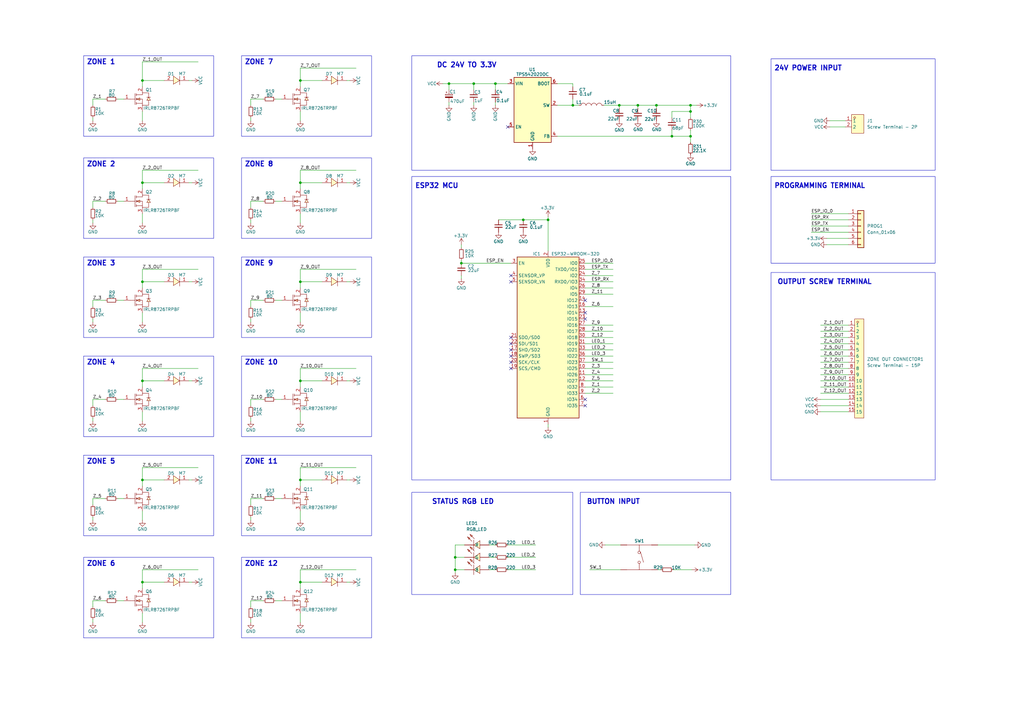
<source format=kicad_sch>
(kicad_sch (version 20230121) (generator eeschema)
  (paper "A3")
  (junction (at 283.21 43.18))
  (junction (at 283.21 45.72))
  (junction (at 261.62 43.18))
  (junction (at 214.63 90.17))
  (junction (at 189.23 107.95))
  (junction (at 184.15 34.29))
  (junction (at 123.19 238.76))
  (junction (at 186.69 228.6))
  (junction (at 254 43.18))
  (junction (at 123.19 196.85))
  (junction (at 194.31 34.29))
  (junction (at 123.19 74.93))
  (junction (at 123.19 115.57))
  (junction (at 186.69 233.68))
  (junction (at 58.42 115.57))
  (junction (at 269.24 43.18))
  (junction (at 123.19 156.21))
  (junction (at 203.2 34.29))
  (junction (at 224.79 90.17))
  (junction (at 123.19 33.02))
  (junction (at 275.59 55.88))
  (junction (at 58.42 156.21))
  (junction (at 283.21 55.88))
  (junction (at 234.95 43.18))
  (junction (at 58.42 74.93))
  (junction (at 58.42 238.76))
  (junction (at 58.42 33.02))
  (junction (at 58.42 196.85))
  (no_connect (at 209.55 138.43))
  (no_connect (at 240.03 163.83))
  (no_connect (at 209.55 146.05))
  (no_connect (at 209.55 115.57))
  (no_connect (at 209.55 148.59))
  (no_connect (at 240.03 123.19))
  (no_connect (at 240.03 166.37))
  (no_connect (at 208.28 52.07))
  (no_connect (at 209.55 143.51))
  (no_connect (at 240.03 130.81))
  (no_connect (at 209.55 113.03))
  (no_connect (at 240.03 128.27))
  (no_connect (at 209.55 140.97))
  (no_connect (at 209.55 151.13))
  (wire (pts (xy 240.03 138.43) (xy 251.46 138.43)))
  (wire (pts (xy 336.55 168.91) (xy 347.98 168.91)))
  (wire (pts (xy 38.1 163.83) (xy 43.18 163.83)))
  (wire (pts (xy 123.19 168.91) (xy 123.19 172.72)))
  (wire (pts (xy 194.31 43.18) (xy 194.31 41.91)))
  (wire (pts (xy 38.1 123.19) (xy 38.1 125.73)))
  (wire (pts (xy 123.19 209.55) (xy 123.19 213.36)))
  (wire (pts (xy 38.1 49.53) (xy 38.1 48.26)))
  (wire (pts (xy 240.03 133.35) (xy 251.46 133.35)))
  (wire (pts (xy 102.87 40.64) (xy 102.87 43.18)))
  (wire (pts (xy 254 43.18) (xy 261.62 43.18)))
  (wire (pts (xy 58.42 233.68) (xy 58.42 238.76)))
  (wire (pts (xy 228.6 34.29) (xy 234.95 34.29)))
  (wire (pts (xy 336.55 138.43) (xy 347.98 138.43)))
  (wire (pts (xy 123.19 156.21) (xy 132.08 156.21)))
  (wire (pts (xy 336.55 163.83) (xy 347.98 163.83)))
  (wire (pts (xy 224.79 90.17) (xy 224.79 102.87)))
  (wire (pts (xy 214.63 90.17) (xy 224.79 90.17)))
  (wire (pts (xy 123.19 45.72) (xy 123.19 49.53)))
  (wire (pts (xy 203.2 36.83) (xy 203.2 34.29)))
  (wire (pts (xy 123.19 238.76) (xy 123.19 241.3)))
  (wire (pts (xy 224.79 173.99) (xy 224.79 175.26)))
  (wire (pts (xy 241.8341 233.68) (xy 254.5341 233.68)))
  (wire (pts (xy 186.69 223.52) (xy 186.69 228.6)))
  (wire (pts (xy 58.42 69.85) (xy 58.42 74.93)))
  (wire (pts (xy 102.87 163.83) (xy 102.87 166.37)))
  (wire (pts (xy 123.19 233.68) (xy 146.05 233.68)))
  (wire (pts (xy 283.21 43.18) (xy 283.21 45.72)))
  (wire (pts (xy 254 44.45) (xy 254 43.18)))
  (wire (pts (xy 143.51 33.02) (xy 142.24 33.02)))
  (wire (pts (xy 123.19 191.77) (xy 146.05 191.77)))
  (wire (pts (xy 58.42 251.46) (xy 58.42 255.27)))
  (wire (pts (xy 123.19 27.94) (xy 146.05 27.94)))
  (wire (pts (xy 58.42 74.93) (xy 58.42 77.47)))
  (wire (pts (xy 240.03 153.67) (xy 251.46 153.67)))
  (wire (pts (xy 184.15 41.91) (xy 184.15 43.18)))
  (wire (pts (xy 240.03 113.03) (xy 251.46 113.03)))
  (wire (pts (xy 102.87 123.19) (xy 102.87 125.73)))
  (wire (pts (xy 234.95 43.18) (xy 237.49 43.18)))
  (wire (pts (xy 240.03 161.29) (xy 251.46 161.29)))
  (wire (pts (xy 336.55 158.75) (xy 347.98 158.75)))
  (wire (pts (xy 102.87 204.47) (xy 107.95 204.47)))
  (wire (pts (xy 102.87 246.38) (xy 107.95 246.38)))
  (wire (pts (xy 336.55 146.05) (xy 347.98 146.05)))
  (wire (pts (xy 38.1 91.44) (xy 38.1 90.17)))
  (wire (pts (xy 208.28 233.68) (xy 219.71 233.68)))
  (wire (pts (xy 113.03 40.64) (xy 115.57 40.64)))
  (wire (pts (xy 58.42 74.93) (xy 67.31 74.93)))
  (wire (pts (xy 102.87 246.38) (xy 102.87 248.92)))
  (wire (pts (xy 194.31 34.29) (xy 203.2 34.29)))
  (wire (pts (xy 283.21 43.18) (xy 285.75 43.18)))
  (wire (pts (xy 58.42 151.13) (xy 58.42 156.21)))
  (wire (pts (xy 336.55 140.97) (xy 347.98 140.97)))
  (wire (pts (xy 181.61 34.29) (xy 184.15 34.29)))
  (wire (pts (xy 189.23 100.33) (xy 189.23 101.6)))
  (wire (pts (xy 276.1241 233.68) (xy 283.7441 233.68)))
  (wire (pts (xy 58.42 151.13) (xy 81.28 151.13)))
  (wire (pts (xy 240.03 107.95) (xy 251.46 107.95)))
  (wire (pts (xy 38.1 204.47) (xy 38.1 207.01)))
  (wire (pts (xy 269.7741 233.68) (xy 271.0441 233.68)))
  (wire (pts (xy 340.36 52.07) (xy 346.71 52.07)))
  (wire (pts (xy 113.03 246.38) (xy 115.57 246.38)))
  (wire (pts (xy 240.03 120.65) (xy 251.46 120.65)))
  (wire (pts (xy 200.66 228.6) (xy 203.2 228.6)))
  (wire (pts (xy 204.47 90.17) (xy 214.63 90.17)))
  (wire (pts (xy 269.7741 223.52) (xy 285.0141 223.52)))
  (wire (pts (xy 275.59 45.72) (xy 275.59 48.26)))
  (wire (pts (xy 102.87 91.44) (xy 102.87 90.17)))
  (wire (pts (xy 275.59 55.88) (xy 283.21 55.88)))
  (wire (pts (xy 58.42 233.68) (xy 81.28 233.68)))
  (wire (pts (xy 102.87 82.55) (xy 102.87 85.09)))
  (wire (pts (xy 38.1 82.55) (xy 38.1 85.09)))
  (wire (pts (xy 58.42 128.27) (xy 58.42 132.08)))
  (wire (pts (xy 190.5 223.52) (xy 186.69 223.52)))
  (wire (pts (xy 58.42 238.76) (xy 67.31 238.76)))
  (wire (pts (xy 38.1 246.38) (xy 38.1 248.92)))
  (wire (pts (xy 261.62 43.18) (xy 269.24 43.18)))
  (wire (pts (xy 240.03 143.51) (xy 251.46 143.51)))
  (wire (pts (xy 38.1 40.64) (xy 43.18 40.64)))
  (wire (pts (xy 203.2 43.18) (xy 203.2 41.91)))
  (wire (pts (xy 78.74 238.76) (xy 77.47 238.76)))
  (wire (pts (xy 224.79 88.9) (xy 224.79 90.17)))
  (wire (pts (xy 332.74 90.17) (xy 347.98 90.17)))
  (wire (pts (xy 102.87 40.64) (xy 107.95 40.64)))
  (wire (pts (xy 143.51 115.57) (xy 142.24 115.57)))
  (wire (pts (xy 234.95 40.64) (xy 234.95 43.18)))
  (wire (pts (xy 123.19 110.49) (xy 146.05 110.49)))
  (wire (pts (xy 102.87 204.47) (xy 102.87 207.01)))
  (wire (pts (xy 48.26 204.47) (xy 50.8 204.47)))
  (wire (pts (xy 247.65 43.18) (xy 254 43.18)))
  (wire (pts (xy 58.42 87.63) (xy 58.42 91.44)))
  (wire (pts (xy 240.03 158.75) (xy 251.46 158.75)))
  (wire (pts (xy 261.62 44.45) (xy 261.62 43.18)))
  (wire (pts (xy 240.03 140.97) (xy 251.46 140.97)))
  (wire (pts (xy 336.55 133.35) (xy 347.98 133.35)))
  (wire (pts (xy 240.03 156.21) (xy 251.46 156.21)))
  (wire (pts (xy 48.26 163.83) (xy 50.8 163.83)))
  (wire (pts (xy 208.28 223.52) (xy 219.71 223.52)))
  (wire (pts (xy 332.74 95.25) (xy 347.98 95.25)))
  (wire (pts (xy 186.69 228.6) (xy 186.69 233.68)))
  (wire (pts (xy 58.42 115.57) (xy 58.42 118.11)))
  (wire (pts (xy 123.19 128.27) (xy 123.19 132.08)))
  (wire (pts (xy 78.74 74.93) (xy 77.47 74.93)))
  (wire (pts (xy 234.95 34.29) (xy 234.95 35.56)))
  (wire (pts (xy 269.24 44.45) (xy 269.24 43.18)))
  (wire (pts (xy 189.23 107.95) (xy 209.55 107.95)))
  (wire (pts (xy 102.87 49.53) (xy 102.87 48.26)))
  (wire (pts (xy 48.26 82.55) (xy 50.8 82.55)))
  (wire (pts (xy 58.42 33.02) (xy 58.42 35.56)))
  (wire (pts (xy 240.03 148.59) (xy 251.46 148.59)))
  (wire (pts (xy 38.1 40.64) (xy 38.1 43.18)))
  (wire (pts (xy 123.19 33.02) (xy 123.19 35.56)))
  (wire (pts (xy 240.03 115.57) (xy 251.46 115.57)))
  (wire (pts (xy 240.03 135.89) (xy 251.46 135.89)))
  (wire (pts (xy 240.03 110.49) (xy 251.46 110.49)))
  (wire (pts (xy 336.55 161.29) (xy 347.98 161.29)))
  (wire (pts (xy 123.19 27.94) (xy 123.19 33.02)))
  (wire (pts (xy 113.03 204.47) (xy 115.57 204.47)))
  (wire (pts (xy 186.69 234.95) (xy 186.69 233.68)))
  (wire (pts (xy 102.87 255.27) (xy 102.87 254)))
  (wire (pts (xy 58.42 156.21) (xy 67.31 156.21)))
  (wire (pts (xy 283.21 53.34) (xy 283.21 55.88)))
  (wire (pts (xy 336.55 151.13) (xy 347.98 151.13)))
  (wire (pts (xy 275.59 45.72) (xy 283.21 45.72)))
  (wire (pts (xy 58.42 25.4) (xy 58.42 33.02)))
  (wire (pts (xy 58.42 110.49) (xy 81.28 110.49)))
  (wire (pts (xy 58.42 196.85) (xy 58.42 199.39)))
  (wire (pts (xy 228.6 55.88) (xy 275.59 55.88)))
  (wire (pts (xy 190.5 228.6) (xy 186.69 228.6)))
  (wire (pts (xy 123.19 69.85) (xy 123.19 74.93)))
  (wire (pts (xy 123.19 156.21) (xy 123.19 158.75)))
  (wire (pts (xy 143.51 156.21) (xy 142.24 156.21)))
  (wire (pts (xy 38.1 246.38) (xy 43.18 246.38)))
  (wire (pts (xy 123.19 87.63) (xy 123.19 91.44)))
  (wire (pts (xy 102.87 123.19) (xy 107.95 123.19)))
  (wire (pts (xy 200.66 233.68) (xy 203.2 233.68)))
  (wire (pts (xy 332.74 92.71) (xy 347.98 92.71)))
  (wire (pts (xy 48.26 40.64) (xy 50.8 40.64)))
  (wire (pts (xy 58.42 25.4) (xy 81.28 25.4)))
  (wire (pts (xy 336.55 135.89) (xy 347.98 135.89)))
  (wire (pts (xy 48.26 246.38) (xy 50.8 246.38)))
  (wire (pts (xy 336.55 153.67) (xy 347.98 153.67)))
  (wire (pts (xy 123.19 115.57) (xy 132.08 115.57)))
  (wire (pts (xy 58.42 156.21) (xy 58.42 158.75)))
  (wire (pts (xy 58.42 191.77) (xy 58.42 196.85)))
  (wire (pts (xy 240.03 146.05) (xy 251.46 146.05)))
  (wire (pts (xy 113.03 163.83) (xy 115.57 163.83)))
  (wire (pts (xy 123.19 196.85) (xy 123.19 199.39)))
  (wire (pts (xy 58.42 45.72) (xy 58.42 49.53)))
  (wire (pts (xy 123.19 110.49) (xy 123.19 115.57)))
  (wire (pts (xy 102.87 172.72) (xy 102.87 171.45)))
  (wire (pts (xy 123.19 115.57) (xy 123.19 118.11)))
  (wire (pts (xy 38.1 172.72) (xy 38.1 171.45)))
  (wire (pts (xy 58.42 196.85) (xy 67.31 196.85)))
  (wire (pts (xy 240.03 118.11) (xy 251.46 118.11)))
  (wire (pts (xy 203.2 34.29) (xy 208.28 34.29)))
  (wire (pts (xy 336.55 156.21) (xy 347.98 156.21)))
  (wire (pts (xy 184.15 34.29) (xy 194.31 34.29)))
  (wire (pts (xy 48.26 123.19) (xy 50.8 123.19)))
  (wire (pts (xy 123.19 74.93) (xy 132.08 74.93)))
  (wire (pts (xy 38.1 82.55) (xy 43.18 82.55)))
  (wire (pts (xy 194.31 36.83) (xy 194.31 34.29)))
  (wire (pts (xy 248.1841 223.52) (xy 254.5341 223.52)))
  (wire (pts (xy 123.19 251.46) (xy 123.19 255.27)))
  (wire (pts (xy 240.03 151.13) (xy 251.46 151.13)))
  (wire (pts (xy 143.51 74.93) (xy 142.24 74.93)))
  (wire (pts (xy 58.42 209.55) (xy 58.42 213.36)))
  (wire (pts (xy 340.36 49.53) (xy 346.71 49.53)))
  (wire (pts (xy 123.19 74.93) (xy 123.19 77.47)))
  (wire (pts (xy 143.51 196.85) (xy 142.24 196.85)))
  (wire (pts (xy 38.1 163.83) (xy 38.1 166.37)))
  (wire (pts (xy 102.87 163.83) (xy 107.95 163.83)))
  (wire (pts (xy 332.74 87.63) (xy 347.98 87.63)))
  (wire (pts (xy 123.19 233.68) (xy 123.19 238.76)))
  (wire (pts (xy 283.21 55.88) (xy 283.21 58.42)))
  (wire (pts (xy 339.09 97.79) (xy 347.98 97.79)))
  (wire (pts (xy 240.03 125.73) (xy 251.46 125.73)))
  (wire (pts (xy 38.1 255.27) (xy 38.1 254)))
  (wire (pts (xy 123.19 151.13) (xy 146.05 151.13)))
  (wire (pts (xy 336.55 143.51) (xy 347.98 143.51)))
  (wire (pts (xy 78.74 196.85) (xy 77.47 196.85)))
  (wire (pts (xy 58.42 110.49) (xy 58.42 115.57)))
  (wire (pts (xy 58.42 33.02) (xy 67.31 33.02)))
  (wire (pts (xy 58.42 115.57) (xy 67.31 115.57)))
  (wire (pts (xy 336.55 148.59) (xy 347.98 148.59)))
  (wire (pts (xy 200.66 223.52) (xy 203.2 223.52)))
  (wire (pts (xy 58.42 69.85) (xy 81.28 69.85)))
  (wire (pts (xy 189.23 113.03) (xy 189.23 114.3)))
  (wire (pts (xy 123.19 33.02) (xy 132.08 33.02)))
  (wire (pts (xy 58.42 168.91) (xy 58.42 172.72)))
  (wire (pts (xy 123.19 191.77) (xy 123.19 196.85)))
  (wire (pts (xy 275.59 53.34) (xy 275.59 55.88)))
  (wire (pts (xy 123.19 69.85) (xy 146.05 69.85)))
  (wire (pts (xy 143.51 238.76) (xy 142.24 238.76)))
  (wire (pts (xy 102.87 132.08) (xy 102.87 130.81)))
  (wire (pts (xy 113.03 82.55) (xy 115.57 82.55)))
  (wire (pts (xy 38.1 132.08) (xy 38.1 130.81)))
  (wire (pts (xy 38.1 213.36) (xy 38.1 212.09)))
  (wire (pts (xy 113.03 123.19) (xy 115.57 123.19)))
  (wire (pts (xy 189.23 106.68) (xy 189.23 107.95)))
  (wire (pts (xy 283.21 45.72) (xy 283.21 48.26)))
  (wire (pts (xy 123.19 238.76) (xy 132.08 238.76)))
  (wire (pts (xy 102.87 213.36) (xy 102.87 212.09)))
  (wire (pts (xy 38.1 204.47) (xy 43.18 204.47)))
  (wire (pts (xy 208.28 228.6) (xy 219.71 228.6)))
  (wire (pts (xy 228.6 43.18) (xy 234.95 43.18)))
  (wire (pts (xy 38.1 123.19) (xy 43.18 123.19)))
  (wire (pts (xy 78.74 115.57) (xy 77.47 115.57)))
  (wire (pts (xy 102.87 82.55) (xy 107.95 82.55)))
  (wire (pts (xy 58.42 238.76) (xy 58.42 241.3)))
  (wire (pts (xy 123.19 196.85) (xy 132.08 196.85)))
  (wire (pts (xy 123.19 151.13) (xy 123.19 156.21)))
  (wire (pts (xy 78.74 156.21) (xy 77.47 156.21)))
  (wire (pts (xy 184.15 36.83) (xy 184.15 34.29)))
  (wire (pts (xy 339.09 100.33) (xy 347.98 100.33)))
  (wire (pts (xy 186.69 233.68) (xy 190.5 233.68)))
  (wire (pts (xy 78.74 33.02) (xy 77.47 33.02)))
  (wire (pts (xy 336.55 166.37) (xy 347.98 166.37)))
  (wire (pts (xy 269.24 43.18) (xy 283.21 43.18)))
  (wire (pts (xy 58.42 191.77) (xy 81.28 191.77)))
  (rectangle (start 34.29 146.05) (end 87.63 179.07))
  (rectangle (start 99.06 64.77) (end 152.4 97.79))
  (rectangle (start 238.0241 201.93) (end 299.72 243.84))
  (rectangle (start 34.29 22.86) (end 87.63 55.88))
  (rectangle (start 34.29 186.69) (end 87.63 219.71))
  (rectangle (start 34.29 64.77) (end 87.63 97.79))
  (rectangle (start 168.91 22.86) (end 299.72 69.85))
  (rectangle (start 316.23 24.13) (end 383.54 69.85))
  (rectangle (start 99.06 146.05) (end 152.4 179.07))
  (rectangle (start 168.91 72.39) (end 299.72 196.85))
  (rectangle (start 99.06 105.41) (end 152.4 138.43))
  (rectangle (start 168.91 201.93) (end 234.95 243.84))
  (rectangle (start 34.29 228.6) (end 87.63 261.62))
  (rectangle (start 99.06 186.69) (end 152.4 219.71))
  (rectangle (start 34.29 105.41) (end 87.63 138.43))
  (rectangle (start 99.06 228.6) (end 152.4 261.62))
  (rectangle (start 316.23 111.76) (end 383.54 196.85))
  (rectangle (start 316.23 72.39) (end 383.54 107.95))
  (rectangle (start 99.06 22.86) (end 152.4 55.88))
  (text "ZONE 9" (at 100.33 109.22 0) (effects (font (size 2 2) (thickness 0.4) bold) (justify left bottom)))
  (text "ZONE 3" (at 35.56 109.22 0) (effects (font (size 2 2) (thickness 0.4) bold) (justify left bottom)))
  (text "ZONE 10" (at 100.33 149.86 0) (effects (font (size 2 2) (thickness 0.4) bold) (justify left bottom)))
  (text "24V POWER INPUT" (at 317.5 29.21 0) (effects (font (size 2 2) (thickness 0.4) bold) (justify left bottom)))
  (text "ZONE 7" (at 100.33 26.67 0) (effects (font (size 2 2) (thickness 0.4) bold) (justify left bottom)))
  (text "ZONE 1" (at 35.56 26.67 0) (effects (font (size 2 2) (thickness 0.4) bold) (justify left bottom)))
  (text "ZONE 4" (at 35.56 149.86 0) (effects (font (size 2 2) (thickness 0.4) bold) (justify left bottom)))
  (text "ESP32 MCU" (at 170.18 77.47 0) (effects (font (size 2 2) (thickness 0.4) bold) (justify left bottom)))
  (text "DC 24V TO 3.3V" (at 179.07 27.94 0) (effects (font (size 2 2) (thickness 0.4) bold) (justify left bottom)))
  (text "STATUS RGB LED" (at 177.0641 207.01 0) (effects (font (size 2 2) (thickness 0.4) bold) (justify left bottom)))
  (text "ZONE 12" (at 100.33 232.41 0) (effects (font (size 2 2) (thickness 0.4) bold) (justify left bottom)))
  (text "OUTPUT SCREW TERMINAL" (at 318.77 116.84 0) (effects (font (size 2 2) (thickness 0.4) bold) (justify left bottom)))
  (text "ZONE 5" (at 35.56 190.5 0) (effects (font (size 2 2) (thickness 0.4) bold) (justify left bottom)))
  (text "ZONE 6" (at 35.56 232.41 0) (effects (font (size 2 2) (thickness 0.4) bold) (justify left bottom)))
  (text "ZONE 8" (at 100.33 68.58 0) (effects (font (size 2 2) (thickness 0.4) bold) (justify left bottom)))
  (text "BUTTON INPUT" (at 240.5641 207.01 0) (effects (font (size 2 2) (thickness 0.4) bold) (justify left bottom)))
  (text "ZONE 11" (at 100.33 190.5 0) (effects (font (size 2 2) (thickness 0.4) bold) (justify left bottom)))
  (text "ZONE 2\n" (at 35.56 68.58 0) (effects (font (size 2 2) (thickness 0.4) bold) (justify left bottom)))
  (text "PROGRAMMING TERMINAL" (at 317.5 77.47 0) (effects (font (size 2 2) (thickness 0.4) bold) (justify left bottom)))
  (label "Z_8_OUT" (at 123.19 69.85 0))
  (label "Z_12_OUT" (at 123.19 233.68 0))
  (label "Z_4_OUT" (at 337.82 140.97 0))
  (label "LED_2" (at 242.57 143.51 0))
  (label "Z_6" (at 38.1 246.38 0))
  (label "Z_5_OUT" (at 58.42 191.77 0))
  (label "SW_1" (at 242.57 148.59 0))
  (label "LED_3" (at 213.8941 233.68 0))
  (label "Z_2" (at 38.1 82.55 0))
  (label "Z_4_OUT" (at 58.42 151.13 0))
  (label "Z_8" (at 102.87 82.55 0))
  (label "Z_2_OUT" (at 58.42 69.85 0))
  (label "Z_10" (at 242.57 135.89 0))
  (label "Z_9" (at 242.57 133.35 0))
  (label "Z_10" (at 102.87 163.83 0))
  (label "Z_11" (at 242.57 120.65 0))
  (label "LED_1" (at 213.893 223.52 0))
  (label "Z_4" (at 38.1 163.83 0))
  (label "Z_5_OUT" (at 337.82 143.51 0))
  (label "Z_10_OUT" (at 337.82 156.21 0))
  (label "Z_4" (at 242.57 153.67 0))
  (label "Z_6_OUT" (at 58.42 233.68 0))
  (label "Z_1_OUT" (at 58.42 25.4 0))
  (label "Z_7" (at 242.57 113.03 0))
  (label "ESP_EN" (at 332.74 95.25 0))
  (label "Z_2" (at 242.57 161.29 0))
  (label "Z_12_OUT" (at 337.82 161.29 0))
  (label "Z_7_OUT" (at 337.82 148.59 0))
  (label "Z_9" (at 102.87 123.19 0))
  (label "Z_8" (at 242.57 118.11 0))
  (label "Z_12" (at 242.57 138.43 0))
  (label "Z_11" (at 102.87 204.47 0))
  (label "Z_3" (at 242.57 151.13 0))
  (label "Z_7_OUT" (at 123.19 27.94 0))
  (label "ESP_RX" (at 242.57 115.57 0))
  (label "SW_1" (at 241.8341 233.68 0))
  (label "LED_3" (at 242.57 146.05 0))
  (label "LED_1" (at 242.57 140.97 0))
  (label "Z_3_OUT" (at 337.82 138.43 0))
  (label "ESP_IO_0" (at 242.57 107.95 0))
  (label "Z_10_OUT" (at 123.19 151.13 0))
  (label "Z_5" (at 38.1 204.47 0))
  (label "Z_5" (at 242.57 156.21 0))
  (label "LED_2" (at 213.7321 228.6 0))
  (label "Z_1" (at 38.1 40.64 0))
  (label "Z_3" (at 38.1 123.19 0))
  (label "Z_12" (at 102.87 246.38 0))
  (label "ESP_IO_0" (at 332.74 87.63 0))
  (label "Z_6_OUT" (at 337.82 146.05 0))
  (label "Z_9_OUT" (at 337.82 153.67 0))
  (label "ESP_EN" (at 199.39 107.95 0))
  (label "Z_2_OUT" (at 337.82 135.89 0))
  (label "Z_9_OUT" (at 123.19 110.49 0))
  (label "Z_1_OUT" (at 337.82 133.35 0))
  (label "Z_7" (at 102.87 40.64 0))
  (label "Z_1" (at 242.57 158.75 0))
  (label "Z_8_OUT" (at 337.82 151.13 0))
  (label "Z_11_OUT" (at 337.82 158.75 0))
  (label "ESP_RX" (at 332.74 90.17 0))
  (label "ESP_TX" (at 242.57 110.49 0))
  (label "Z_6" (at 242.57 125.73 0))
  (label "ESP_TX" (at 332.74 92.71 0))
  (label "Z_3_OUT" (at 58.42 110.49 0))
  (label "Z_11_OUT" (at 123.19 191.77 0))
  (symbol (lib_id "power:VCC") (at 181.61 34.29 90) (unit 1)
    (property "Reference" "#PWR037" (effects hide))
    (property "Value" "VCC" (at 175.26 34.29 90) (effects (justify right)))
  )
  (symbol (lib_id "Device:C_Small") (at 203.2 39.37 0) (unit 1)
    (property "Reference" "C4" (at 203.4538 37.7041 0) (effects (justify left)))
    (property "Value" "0.1uF" (at 203.5548 41.2417 0) (effects (justify left)))
    (property "Footprint" "Capacitor_SMD:C_0805_2012Metric_Pad1.18x1.45mm_HandSolder" (effects hide))
  )
  (symbol (lib_id "Device:R_Small") (at 38.1 87.63 0) (unit 1)
    (property "Reference" "R2" (at 38.9769 86.6996 0) (effects (justify left)))
    (property "Value" "10K" (at 38.9344 88.4402 0) (effects (justify left)))
    (property "Footprint" "Resistor_SMD:R_0603_1608Metric" (effects hide))
  )
  (symbol (lib_id "Device:R_Small") (at 102.87 209.55 0) (unit 1)
    (property "Reference" "R17" (at 103.7469 208.6196 0) (effects (justify left)))
    (property "Value" "10K" (at 103.7044 210.3602 0) (effects (justify left)))
    (property "Footprint" "Resistor_SMD:R_0603_1608Metric" (effects hide))
  )
  (symbol (lib_id "power:VCC") (at 78.74 74.93 270) (unit 1)
    (property "Reference" "#PWR014" (effects hide))
    (property "Value" "VCC" (at 82.261 76.8341 0) (effects (justify right)))
  )
  (symbol (lib_id "power:GND") (at 38.1 255.27 0) (unit 1)
    (property "Reference" "#PWR06" (effects hide))
    (property "Value" "GND" (at 40.1418 258.9273 0) (effects (justify right)))
  )
  (symbol (lib_id "power:GND") (at 283.21 63.5 0) (unit 1)
    (property "Reference" "#PWR053" (effects hide))
    (property "Value" "GND" (at 285.2688 67.1324 0) (effects (justify right)))
  )
  (symbol (lib_id "easyeda2kicad:M7_C426571") (at 72.39 74.93 180) (unit 1)
    (property "Reference" "D2" (at 70.1722 72.1942 0))
    (property "Value" "M7" (at 74.7126 72.1551 0))
    (property "Footprint" "easyeda2kicad:SMA_L4.4-W2.6-LS5.0-RD" (effects hide))
    (property "Datasheet" "https://lcsc.com/product-detail/Diodes-General-Purpose_SLKORMICRO-Elec-M7_C426571.html" (effects hide))
    (property "LCSC Part" "C426571" (effects hide))
  )
  (symbol (lib_id "Device:R_Small") (at 189.23 104.14 0) (unit 1)
    (property "Reference" "R25" (at 190.5431 103.152 0) (effects (justify left)))
    (property "Value" "10K" (at 190.6299 104.8889 0) (effects (justify left)))
    (property "Footprint" "Resistor_SMD:R_0603_1608Metric" (effects hide))
  )
  (symbol (lib_id "Device:R_Small") (at 110.49 246.38 90) (unit 1)
    (property "Reference" "R24" (at 110.7181 243.1573 90))
    (property "Value" "80" (at 110.5728 244.7551 90))
    (property "Footprint" "Resistor_SMD:R_0603_1608Metric" (effects hide))
  )
  (symbol (lib_id "easyeda2kicad:M7_C426571") (at 137.16 74.93 180) (unit 1)
    (property "Reference" "D8" (at 134.9422 72.1942 0))
    (property "Value" "M7" (at 139.4826 72.1551 0))
    (property "Footprint" "easyeda2kicad:SMA_L4.4-W2.6-LS5.0-RD" (effects hide))
    (property "Datasheet" "https://lcsc.com/product-detail/Diodes-General-Purpose_SLKORMICRO-Elec-M7_C426571.html" (effects hide))
    (property "LCSC Part" "C426571" (effects hide))
  )
  (symbol (lib_id "easyeda2kicad:IRLR8726TRPBF") (at 120.65 163.83 0) (unit 1)
    (property "Reference" "Q10" (at 124.46 160.02 0) (effects (justify left)))
    (property "Value" "IRLR8726TRPBF" (at 123.4801 167.5354 0) (effects (justify left)))
    (property "Footprint" "Package_TO_SOT_SMD:TO-252-2" (effects hide))
    (property "Datasheet" "https://lcsc.com/product-detail/MOSFET_IR_IRLR8726TRPBF_IRLR8726TRPBF_C81137.html" (effects hide))
    (property "LCSC Part" "C81137" (effects hide))
  )
  (symbol (lib_id "power:VCC") (at 143.51 74.93 270) (unit 1)
    (property "Reference" "#PWR032" (effects hide))
    (property "Value" "VCC" (at 147.031 76.8341 0) (effects (justify right)))
  )
  (symbol (lib_id "Device:R_Small") (at 110.49 163.83 90) (unit 1)
    (property "Reference" "R22" (at 110.7181 160.6073 90))
    (property "Value" "80" (at 110.5728 162.2051 90))
    (property "Footprint" "Resistor_SMD:R_0603_1608Metric" (effects hide))
  )
  (symbol (lib_id "easyeda2kicad:IRLR8726TRPBF") (at 120.65 246.38 0) (unit 1)
    (property "Reference" "Q12" (at 124.46 242.57 0) (effects (justify left)))
    (property "Value" "IRLR8726TRPBF" (at 123.4801 250.0854 0) (effects (justify left)))
    (property "Footprint" "Package_TO_SOT_SMD:TO-252-2" (effects hide))
    (property "Datasheet" "https://lcsc.com/product-detail/MOSFET_IR_IRLR8726TRPBF_IRLR8726TRPBF_C81137.html" (effects hide))
    (property "LCSC Part" "C81137" (effects hide))
  )
  (symbol (lib_id "power:GND") (at 269.24 49.53 0) (unit 1)
    (property "Reference" "#PWR052" (effects hide))
    (property "Value" "GND" (at 271.3864 53.1188 0) (effects (justify right)))
  )
  (symbol (lib_id "power:GND") (at 102.87 132.08 0) (unit 1)
    (property "Reference" "#PWR021" (effects hide))
    (property "Value" "GND" (at 104.9118 135.7373 0) (effects (justify right)))
  )
  (symbol (lib_id "Device:R_Small") (at 283.21 50.8 0) (unit 1)
    (property "Reference" "R30" (at 284.0869 49.8696 0) (effects (justify left)))
    (property "Value" "100K" (at 284.0444 51.6102 0) (effects (justify left)))
    (property "Footprint" "Resistor_SMD:R_0603_1608Metric" (effects hide))
  )
  (symbol (lib_id "power:GND") (at 336.55 168.91 270) (unit 1)
    (property "Reference" "#PWR059" (effects hide))
    (property "Value" "GND" (at 334.01 168.91 90) (effects (justify right)))
  )
  (symbol (lib_id "Device:R_Small") (at 110.49 82.55 90) (unit 1)
    (property "Reference" "R20" (at 110.7181 79.3273 90))
    (property "Value" "80" (at 110.5728 80.9251 90))
    (property "Footprint" "Resistor_SMD:R_0603_1608Metric" (effects hide))
  )
  (symbol (lib_id "Device:R_Small") (at 38.1 128.27 0) (unit 1)
    (property "Reference" "R3" (at 38.9769 127.3396 0) (effects (justify left)))
    (property "Value" "10K" (at 38.9344 129.0802 0) (effects (justify left)))
    (property "Footprint" "Resistor_SMD:R_0603_1608Metric" (effects hide))
  )
  (symbol (lib_id "Device:R_Small") (at 38.1 168.91 0) (unit 1)
    (property "Reference" "R4" (at 38.9769 167.9796 0) (effects (justify left)))
    (property "Value" "10K" (at 38.9344 169.7202 0) (effects (justify left)))
    (property "Footprint" "Resistor_SMD:R_0603_1608Metric" (effects hide))
  )
  (symbol (lib_id "power:GND") (at 189.23 114.3 0) (mirror y) (unit 1)
    (property "Reference" "#PWR041" (effects hide))
    (property "Value" "GND" (at 189.23 118.11 0))
  )
  (symbol (lib_id "power:GND") (at 123.19 255.27 0) (unit 1)
    (property "Reference" "#PWR030" (effects hide))
    (property "Value" "GND" (at 125.2318 258.9273 0) (effects (justify right)))
  )
  (symbol (lib_id "power:GND") (at 102.87 91.44 0) (unit 1)
    (property "Reference" "#PWR020" (effects hide))
    (property "Value" "GND" (at 104.9118 95.0973 0) (effects (justify right)))
  )
  (symbol (lib_id "power:GND") (at 203.2 43.18 0) (unit 1)
    (property "Reference" "#PWR043" (effects hide))
    (property "Value" "GND" (at 203.2 45.72 90) (effects (justify right)))
  )
  (symbol (lib_id "Device:R_Small") (at 102.87 128.27 0) (unit 1)
    (property "Reference" "R15" (at 103.7469 127.3396 0) (effects (justify left)))
    (property "Value" "10K" (at 103.7044 129.0802 0) (effects (justify left)))
    (property "Footprint" "Resistor_SMD:R_0603_1608Metric" (effects hide))
  )
  (symbol (lib_id "Device:R_Small") (at 38.1 45.72 0) (unit 1)
    (property "Reference" "R1" (at 38.9769 44.7896 0) (effects (justify left)))
    (property "Value" "10K" (at 38.9344 46.5302 0) (effects (justify left)))
    (property "Footprint" "Resistor_SMD:R_0603_1608Metric" (effects hide))
  )
  (symbol (lib_id "power:+3.3V") (at 339.09 97.79 90) (unit 1)
    (property "Reference" "#PWR060" (effects hide))
    (property "Value" "+3.3V" (at 336.55 97.79 90) (effects (justify left)))
  )
  (symbol (lib_id "Device:C_Small") (at 204.47 92.71 0) (unit 1)
    (property "Reference" "C5" (at 207.01 91.4463 0) (effects (justify left)))
    (property "Value" "22uF" (at 207.1037 93.1276 0) (effects (justify left)))
    (property "Footprint" "Capacitor_SMD:C_0805_2012Metric_Pad1.18x1.45mm_HandSolder" (effects hide))
  )
  (symbol (lib_id "power:GND") (at 123.19 91.44 0) (unit 1)
    (property "Reference" "#PWR026" (effects hide))
    (property "Value" "GND" (at 125.2318 95.0973 0) (effects (justify right)))
  )
  (symbol (lib_id "power:GND") (at 38.1 49.53 0) (unit 1)
    (property "Reference" "#PWR01" (effects hide))
    (property "Value" "GND" (at 40.1418 53.1873 0) (effects (justify right)))
  )
  (symbol (lib_id "power:GND") (at 285.0141 223.52 90) (unit 1)
    (property "Reference" "#PWR055" (effects hide))
    (property "Value" "GND" (at 289.5693 223.5699 90))
  )
  (symbol (lib_id "power:VCC") (at 143.51 156.21 270) (unit 1)
    (property "Reference" "#PWR034" (effects hide))
    (property "Value" "VCC" (at 147.031 158.1141 0) (effects (justify right)))
  )
  (symbol (lib_id "power:VCC") (at 78.74 115.57 270) (unit 1)
    (property "Reference" "#PWR015" (effects hide))
    (property "Value" "VCC" (at 82.261 117.4741 0) (effects (justify right)))
  )
  (symbol (lib_id "Device:R_Small") (at 102.87 45.72 0) (unit 1)
    (property "Reference" "R13" (at 103.7469 44.7896 0) (effects (justify left)))
    (property "Value" "10K" (at 103.7044 46.5302 0) (effects (justify left)))
    (property "Footprint" "Resistor_SMD:R_0603_1608Metric" (effects hide))
  )
  (symbol (lib_id "Device:C_Polarized_Small") (at 184.15 39.37 0) (unit 1)
    (property "Reference" "C1" (at 184.3506 37.603 0) (effects (justify left)))
    (property "Value" "470uF" (at 184.5527 41.5449 0) (effects (justify left)))
    (property "Footprint" "Capacitor_THT:CP_Radial_D10.0mm_P5.00mm" (effects hide))
  )
  (symbol (lib_id "Device:R_Small") (at 45.72 246.38 90) (unit 1)
    (property "Reference" "R12" (at 45.9481 243.1573 90))
    (property "Value" "80" (at 45.8028 244.7551 90))
    (property "Footprint" "Resistor_SMD:R_0603_1608Metric" (effects hide))
  )
  (symbol (lib_id "power:GND") (at 38.1 132.08 0) (unit 1)
    (property "Reference" "#PWR03" (effects hide))
    (property "Value" "GND" (at 40.1418 135.7373 0) (effects (justify right)))
  )
  (symbol (lib_id "power:GND") (at 58.42 132.08 0) (unit 1)
    (property "Reference" "#PWR09" (effects hide))
    (property "Value" "GND" (at 60.4618 135.7373 0) (effects (justify right)))
  )
  (symbol (lib_id "power:VCC") (at 78.74 196.85 270) (unit 1)
    (property "Reference" "#PWR017" (effects hide))
    (property "Value" "VCC" (at 82.261 198.7541 0) (effects (justify right)))
  )
  (symbol (lib_id "power:GND") (at 214.63 95.25 0) (unit 1)
    (property "Reference" "#PWR045" (effects hide))
    (property "Value" "GND" (at 214.63 99.06 0))
  )
  (symbol (lib_id "power:VCC") (at 143.51 196.85 270) (unit 1)
    (property "Reference" "#PWR035" (effects hide))
    (property "Value" "VCC" (at 147.031 198.7541 0) (effects (justify right)))
  )
  (symbol (lib_id "Device:R_Small") (at 45.72 82.55 90) (unit 1)
    (property "Reference" "R8" (at 45.9481 79.3273 90))
    (property "Value" "80" (at 45.8028 80.9251 90))
    (property "Footprint" "Resistor_SMD:R_0603_1608Metric" (effects hide))
  )
  (symbol (lib_id "power:GND") (at 123.19 132.08 0) (unit 1)
    (property "Reference" "#PWR027" (effects hide))
    (property "Value" "GND" (at 125.2318 135.7373 0) (effects (justify right)))
  )
  (symbol (lib_id "power:+3.3V") (at 285.75 43.18 270) (unit 1)
    (property "Reference" "#PWR056" (effects hide))
    (property "Value" "+3.3V" (at 288.29 43.18 90) (effects (justify left)))
  )
  (symbol (lib_id "easyeda2kicad:IRLR8726TRPBF") (at 55.88 82.55 0) (unit 1)
    (property "Reference" "Q2" (at 59.69 78.74 0) (effects (justify left)))
    (property "Value" "IRLR8726TRPBF" (at 58.7101 86.2554 0) (effects (justify left)))
    (property "Footprint" "Package_TO_SOT_SMD:TO-252-2" (effects hide))
    (property "Datasheet" "https://lcsc.com/product-detail/MOSFET_IR_IRLR8726TRPBF_IRLR8726TRPBF_C81137.html" (effects hide))
    (property "LCSC Part" "C81137" (effects hide))
  )
  (symbol (lib_id "power:GND") (at 58.42 49.53 0) (unit 1)
    (property "Reference" "#PWR07" (effects hide))
    (property "Value" "GND" (at 60.4618 53.1873 0) (effects (justify right)))
  )
  (symbol (lib_id "power:VCC") (at 143.51 238.76 270) (unit 1)
    (property "Reference" "#PWR036" (effects hide))
    (property "Value" "VCC" (at 147.031 240.6641 0) (effects (justify right)))
  )
  (symbol (lib_id "power:GND") (at 38.1 213.36 0) (unit 1)
    (property "Reference" "#PWR05" (effects hide))
    (property "Value" "GND" (at 40.1418 217.0173 0) (effects (justify right)))
  )
  (symbol (lib_id "power:GND") (at 102.87 49.53 0) (unit 1)
    (property "Reference" "#PWR019" (effects hide))
    (property "Value" "GND" (at 104.9118 53.1873 0) (effects (justify right)))
  )
  (symbol (lib_id "Device:R_Small") (at 205.74 223.52 90) (unit 1)
    (property "Reference" "R26" (at 202.1462 222.5718 90))
    (property "Value" "220" (at 209.6019 222.5181 90))
    (property "Footprint" "Resistor_SMD:R_0603_1608Metric" (effects hide))
  )
  (symbol (lib_id "easyeda2kicad:M7_C426571") (at 72.39 115.57 180) (unit 1)
    (property "Reference" "D3" (at 70.1722 112.8342 0))
    (property "Value" "M7" (at 74.7126 112.7951 0))
    (property "Footprint" "easyeda2kicad:SMA_L4.4-W2.6-LS5.0-RD" (effects hide))
    (property "Datasheet" "https://lcsc.com/product-detail/Diodes-General-Purpose_SLKORMICRO-Elec-M7_C426571.html" (effects hide))
    (property "LCSC Part" "C426571" (effects hide))
  )
  (symbol (lib_id "Device:R_Small") (at 102.87 87.63 0) (unit 1)
    (property "Reference" "R14" (at 103.7469 86.6996 0) (effects (justify left)))
    (property "Value" "10K" (at 103.7044 88.4402 0) (effects (justify left)))
    (property "Footprint" "Resistor_SMD:R_0603_1608Metric" (effects hide))
  )
  (symbol (lib_id "power:VCC") (at 143.51 115.57 270) (unit 1)
    (property "Reference" "#PWR033" (effects hide))
    (property "Value" "VCC" (at 147.031 117.4741 0) (effects (justify right)))
  )
  (symbol (lib_id "easyeda2kicad:M7_C426571") (at 72.39 196.85 180) (unit 1)
    (property "Reference" "D5" (at 70.1722 194.1142 0))
    (property "Value" "M7" (at 74.7126 194.0751 0))
    (property "Footprint" "easyeda2kicad:SMA_L4.4-W2.6-LS5.0-RD" (effects hide))
    (property "Datasheet" "https://lcsc.com/product-detail/Diodes-General-Purpose_SLKORMICRO-Elec-M7_C426571.html" (effects hide))
    (property "LCSC Part" "C426571" (effects hide))
  )
  (symbol (lib_id "Device:C_Small") (at 189.23 110.49 0) (unit 1)
    (property "Reference" "C2" (at 191.77 109.2263 0) (effects (justify left)))
    (property "Value" "22uF" (at 191.8637 110.9076 0) (effects (justify left)))
    (property "Footprint" "Capacitor_SMD:C_0805_2012Metric_Pad1.18x1.45mm_HandSolder" (effects hide))
  )
  (symbol (lib_id "Device:C_Small") (at 261.62 46.99 0) (unit 1)
    (property "Reference" "C9" (at 258.9588 45.5178 0) (effects (justify left)))
    (property "Value" "22uF" (at 256.8195 48.7629 0) (effects (justify left)))
    (property "Footprint" "Capacitor_SMD:C_0805_2012Metric_Pad1.18x1.45mm_HandSolder" (effects hide))
  )
  (symbol (lib_id "power:GND") (at 58.42 91.44 0) (unit 1)
    (property "Reference" "#PWR08" (effects hide))
    (property "Value" "GND" (at 60.4618 95.0973 0) (effects (justify right)))
  )
  (symbol (lib_id "power:GND") (at 340.36 49.53 270) (unit 1)
    (property "Reference" "#PWR062" (effects hide))
    (property "Value" "GND" (at 337.82 49.53 90) (effects (justify right)))
  )
  (symbol (lib_id "easyeda2kicad:IRLR8726TRPBF") (at 120.65 40.64 0) (unit 1)
    (property "Reference" "Q7" (at 124.46 36.83 0) (effects (justify left)))
    (property "Value" "IRLR8726TRPBF" (at 123.4801 44.3454 0) (effects (justify left)))
    (property "Footprint" "Package_TO_SOT_SMD:TO-252-2" (effects hide))
    (property "Datasheet" "https://lcsc.com/product-detail/MOSFET_IR_IRLR8726TRPBF_IRLR8726TRPBF_C81137.html" (effects hide))
    (property "LCSC Part" "C81137" (effects hide))
  )
  (symbol (lib_id "power:VCC") (at 78.74 156.21 270) (unit 1)
    (property "Reference" "#PWR016" (effects hide))
    (property "Value" "VCC" (at 82.261 158.1141 0) (effects (justify right)))
  )
  (symbol (lib_id "Device:R_Small") (at 102.87 251.46 0) (unit 1)
    (property "Reference" "R18" (at 103.7469 250.5296 0) (effects (justify left)))
    (property "Value" "10K" (at 103.7044 252.2702 0) (effects (justify left)))
    (property "Footprint" "Resistor_SMD:R_0603_1608Metric" (effects hide))
  )
  (symbol (lib_id "power:GND") (at 102.87 213.36 0) (unit 1)
    (property "Reference" "#PWR023" (effects hide))
    (property "Value" "GND" (at 104.9118 217.0173 0) (effects (justify right)))
  )
  (symbol (lib_id "power:GND") (at 186.69 234.95 0) (mirror y) (unit 1)
    (property "Reference" "#PWR039" (effects hide))
    (property "Value" "GND" (at 186.69 238.76 0))
  )
  (symbol (lib_id "Device:R_Small") (at 283.21 60.96 0) (unit 1)
    (property "Reference" "R31" (at 284.0869 60.0296 0) (effects (justify left)))
    (property "Value" "22.1K" (at 284.0444 61.7702 0) (effects (justify left)))
    (property "Footprint" "Resistor_SMD:R_0603_1608Metric" (effects hide))
  )
  (symbol (lib_id "easyeda2kicad:IRLR8726TRPBF") (at 55.88 163.83 0) (unit 1)
    (property "Reference" "Q4" (at 59.69 160.02 0) (effects (justify left)))
    (property "Value" "IRLR8726TRPBF" (at 58.7101 167.5354 0) (effects (justify left)))
    (property "Footprint" "Package_TO_SOT_SMD:TO-252-2" (effects hide))
    (property "Datasheet" "https://lcsc.com/product-detail/MOSFET_IR_IRLR8726TRPBF_IRLR8726TRPBF_C81137.html" (effects hide))
    (property "LCSC Part" "C81137" (effects hide))
  )
  (symbol (lib_id "Device:R_Small") (at 205.74 228.6 90) (unit 1)
    (property "Reference" "R27" (at 202.1462 227.7747 90))
    (property "Value" "220" (at 209.4947 227.6675 90))
    (property "Footprint" "Resistor_SMD:R_0603_1608Metric" (effects hide))
  )
  (symbol (lib_id "power:VCC") (at 336.55 166.37 90) (unit 1)
    (property "Reference" "#PWR058" (effects hide))
    (property "Value" "VCC" (at 330.2 166.37 90) (effects (justify right)))
  )
  (symbol (lib_id "power:GND") (at 184.15 43.18 0) (unit 1)
    (property "Reference" "#PWR038" (effects hide))
    (property "Value" "GND" (at 184.15 45.72 90) (effects (justify right)))
  )
  (symbol (lib_id "Device:R_Small") (at 45.72 123.19 90) (unit 1)
    (property "Reference" "R9" (at 45.9481 119.9673 90))
    (property "Value" "80" (at 45.8028 121.5651 90))
    (property "Footprint" "Resistor_SMD:R_0603_1608Metric" (effects hide))
  )
  (symbol (lib_id "Device:R_Small") (at 45.72 204.47 90) (unit 1)
    (property "Reference" "R11" (at 45.9481 201.2473 90))
    (property "Value" "80" (at 45.8028 202.8451 90))
    (property "Footprint" "Resistor_SMD:R_0603_1608Metric" (effects hide))
  )
  (symbol (lib_id "power:VCC") (at 340.36 52.07 90) (unit 1)
    (property "Reference" "#PWR063" (effects hide))
    (property "Value" "VCC" (at 334.01 52.07 90) (effects (justify right)))
  )
  (symbol (lib_id "Device:R_Small") (at 45.72 163.83 90) (unit 1)
    (property "Reference" "R10" (at 45.9481 160.6073 90))
    (property "Value" "80" (at 45.8028 162.2051 90))
    (property "Footprint" "Resistor_SMD:R_0603_1608Metric" (effects hide))
  )
  (symbol (lib_id "easyeda2kicad:IRLR8726TRPBF") (at 55.88 40.64 0) (unit 1)
    (property "Reference" "Q1" (at 59.69 36.83 0) (effects (justify left)))
    (property "Value" "IRLR8726TRPBF" (at 58.7101 44.3454 0) (effects (justify left)))
    (property "Footprint" "Package_TO_SOT_SMD:TO-252-2" (effects hide))
    (property "Datasheet" "https://lcsc.com/product-detail/MOSFET_IR_IRLR8726TRPBF_IRLR8726TRPBF_C81137.html" (effects hide))
    (property "LCSC Part" "C81137" (effects hide))
  )
  (symbol (lib_id "power:GND") (at 123.19 213.36 0) (unit 1)
    (property "Reference" "#PWR029" (effects hide))
    (property "Value" "GND" (at 125.2318 217.0173 0) (effects (justify right)))
  )
  (symbol (lib_id "Device:C_Small") (at 269.24 46.99 0) (unit 1)
    (property "Reference" "C10" (at 265.4483 45.4357 0) (effects (justify left)))
    (property "Value" "22uF" (at 264.3495 48.8577 0) (effects (justify left)))
    (property "Footprint" "Capacitor_SMD:C_0805_2012Metric_Pad1.18x1.45mm_HandSolder" (effects hide))
  )
  (symbol (lib_id "power:GND") (at 102.87 255.27 0) (unit 1)
    (property "Reference" "#PWR024" (effects hide))
    (property "Value" "GND" (at 104.9118 258.9273 0) (effects (justify right)))
  )
  (symbol (lib_id "power:GND") (at 194.31 43.18 0) (unit 1)
    (property "Reference" "#PWR042" (effects hide))
    (property "Value" "GND" (at 194.31 45.72 90) (effects (justify right)))
  )
  (symbol (lib_id "easyeda2kicad:M7_C426571") (at 137.16 196.85 180) (unit 1)
    (property "Reference" "D11" (at 134.9422 194.1142 0))
    (property "Value" "M7" (at 139.4826 194.0751 0))
    (property "Footprint" "easyeda2kicad:SMA_L4.4-W2.6-LS5.0-RD" (effects hide))
    (property "Datasheet" "https://lcsc.com/product-detail/Diodes-General-Purpose_SLKORMICRO-Elec-M7_C426571.html" (effects hide))
    (property "LCSC Part" "C426571" (effects hide))
  )
  (symbol (lib_id "Device:R_Small") (at 110.49 123.19 90) (unit 1)
    (property "Reference" "R21" (at 110.7181 119.9673 90))
    (property "Value" "80" (at 110.5728 121.5651 90))
    (property "Footprint" "Resistor_SMD:R_0603_1608Metric" (effects hide))
  )
  (symbol (lib_id "power:GND") (at 254 49.53 0) (unit 1)
    (property "Reference" "#PWR050" (effects hide))
    (property "Value" "GND" (at 256.0719 53.3296 0) (effects (justify right)))
  )
  (symbol (lib_id "Device:R_Small") (at 102.87 168.91 0) (unit 1)
    (property "Reference" "R16" (at 103.7469 167.9796 0) (effects (justify left)))
    (property "Value" "10K" (at 103.7044 169.7202 0) (effects (justify left)))
    (property "Footprint" "Resistor_SMD:R_0603_1608Metric" (effects hide))
  )
  (symbol (lib_id "Device:C_Small") (at 254 46.99 0) (unit 1)
    (property "Reference" "C8" (at 251.3194 45.4357 0) (effects (justify left)))
    (property "Value" "22uF" (at 249.254 48.7176 0) (effects (justify left)))
    (property "Footprint" "Capacitor_SMD:C_0805_2012Metric_Pad1.18x1.45mm_HandSolder" (effects hide))
  )
  (symbol (lib_id "power:GND") (at 224.79 175.26 0) (unit 1)
    (property "Reference" "#PWR048" (effects hide))
    (property "Value" "GND" (at 224.79 179.07 0))
  )
  (symbol (lib_id "power:+3.3V") (at 189.23 100.33 0) (unit 1)
    (property "Reference" "#PWR040" (effects hide))
    (property "Value" "+3.3V" (at 185.9524 96.6616 0) (effects (justify left)))
  )
  (symbol (lib_id "Device:C_Small") (at 214.63 92.71 0) (unit 1)
    (property "Reference" "C6" (at 217.17 91.4463 0) (effects (justify left)))
    (property "Value" "0.1uF" (at 217.2501 93.1685 0) (effects (justify left)))
    (property "Footprint" "Capacitor_SMD:C_0805_2012Metric_Pad1.18x1.45mm_HandSolder" (effects hide))
  )
  (symbol (lib_id "Connector_Generic:Conn_01x06") (at 353.06 92.71 0) (unit 1)
    (property "Reference" "PROG1" (at 355.6 92.71 0) (effects (justify left)))
    (property "Value" "Conn_01x06" (at 355.6 95.25 0) (effects (justify left)))
    (property "Footprint" "Connector_PinHeader_2.54mm:PinHeader_1x06_P2.54mm_Vertical" (effects hide))
  )
  (symbol (lib_id "power:+3.3V") (at 283.7441 233.68 270) (unit 1)
    (property "Reference" "#PWR054" (effects hide))
    (property "Value" "+3.3V" (at 286.2841 233.68 90) (effects (justify left)))
  )
  (symbol (lib_id "power:GND") (at 123.19 49.53 0) (unit 1)
    (property "Reference" "#PWR025" (effects hide))
    (property "Value" "GND" (at 125.2318 53.1873 0) (effects (justify right)))
  )
  (symbol (lib_id "easyeda2kicad:IRLR8726TRPBF") (at 55.88 123.19 0) (unit 1)
    (property "Reference" "Q3" (at 59.69 119.38 0) (effects (justify left)))
    (property "Value" "IRLR8726TRPBF" (at 58.7101 126.8954 0) (effects (justify left)))
    (property "Footprint" "Package_TO_SOT_SMD:TO-252-2" (effects hide))
    (property "Datasheet" "https://lcsc.com/product-detail/MOSFET_IR_IRLR8726TRPBF_IRLR8726TRPBF_C81137.html" (effects hide))
    (property "LCSC Part" "C81137" (effects hide))
  )
  (symbol (lib_id "power:GND") (at 102.87 172.72 0) (unit 1)
    (property "Reference" "#PWR022" (effects hide))
    (property "Value" "GND" (at 104.9118 176.3773 0) (effects (justify right)))
  )
  (symbol (lib_id "power:+3.3V") (at 224.79 88.9 0) (unit 1)
    (property "Reference" "#PWR047" (effects hide))
    (property "Value" "+3.3V" (at 221.5124 85.2316 0) (effects (justify left)))
  )
  (symbol (lib_id "power:GND") (at 58.42 255.27 0) (unit 1)
    (property "Reference" "#PWR012" (effects hide))
    (property "Value" "GND" (at 60.4618 258.9273 0) (effects (justify right)))
  )
  (symbol (lib_id "easyeda2kicad:19-337_R6GHBHC-M01_2T") (at 195.58 228.6 0) (unit 1)
    (property "Reference" "LED1" (at 193.5741 214.63 0))
    (property "Value" "RGB_LED" (at 195.445 217.0792 0))
    (property "Footprint" "easyeda2kicad:LED-ARRAY-SMD_6P-L1.6-W1.6-TL" (effects hide))
    (property "Datasheet" "https://lcsc.com/product-detail/Light-Emitting-Diodes-LED_Everlight-Elec-19-337-R6GHBHC-M01-2T_C131204.html" (effects hide))
    (property "LCSC Part" "C131204" (effects hide))
  )
  (symbol (lib_id "easyeda2kicad:UK-B0206-G5-250-JZ") (at 262.1541 228.6 0) (unit 1)
    (property "Reference" "SW1" (at 262.2086 221.864 0))
    (property "Value" "UK-B0206-G5-250-JZ" (effects hide))
    (property "Footprint" "easyeda2kicad:KEY-SMD_4P-L4.5-W4.5-P3.00-LS7.5" (effects hide))
    (property "Datasheet" "https://lcsc.com/product-detail/Tactile-Switches_USAKRO-UK-B0206-G5-250-JZ_C780491.html" (effects hide))
    (property "LCSC Part" "C780491" (effects hide))
  )
  (symbol (lib_id "power:GND") (at 58.42 213.36 0) (unit 1)
    (property "Reference" "#PWR011" (effects hide))
    (property "Value" "GND" (at 60.4618 217.0173 0) (effects (justify right)))
  )
  (symbol (lib_id "power:GND") (at 38.1 91.44 0) (unit 1)
    (property "Reference" "#PWR02" (effects hide))
    (property "Value" "GND" (at 40.1418 95.0973 0) (effects (justify right)))
  )
  (symbol (lib_id "power:VCC") (at 336.55 163.83 90) (unit 1)
    (property "Reference" "#PWR057" (effects hide))
    (property "Value" "VCC" (at 330.2 163.83 90) (effects (justify right)))
  )
  (symbol (lib_id "Device:R_Small") (at 205.74 233.68 90) (unit 1)
    (property "Reference" "R28" (at 202.0389 232.8168 90))
    (property "Value" "220" (at 209.4947 232.7632 90))
    (property "Footprint" "Resistor_SMD:R_0603_1608Metric" (effects hide))
  )
  (symbol (lib_id "easyeda2kicad:CYA0630-15UH") (at 242.57 43.18 0) (unit 1)
    (property "Reference" "L1" (at 237.49 41.91 0))
    (property "Value" "15uH" (at 250.19 41.91 0))
    (property "Footprint" "easyeda2kicad:IND-SMD_L7.2-W6.6_GPSR07X0" (effects hide))
    (property "LCSC Part" "C5189959" (effects hide))
  )
  (symbol (lib_id "power:GND") (at 248.1841 223.52 270) (unit 1)
    (property "Reference" "#PWR049" (effects hide))
    (property "Value" "GND" (at 243.5923 223.4514 90))
  )
  (symbol (lib_id "easyeda2kicad:IRLR8726TRPBF") (at 55.88 204.47 0) (unit 1)
    (property "Reference" "Q5" (at 59.69 200.66 0) (effects (justify left)))
    (property "Value" "IRLR8726TRPBF" (at 58.7101 208.1754 0) (effects (justify left)))
    (property "Footprint" "Package_TO_SOT_SMD:TO-252-2" (effects hide))
    (property "Datasheet" "https://lcsc.com/product-detail/MOSFET_IR_IRLR8726TRPBF_IRLR8726TRPBF_C81137.html" (effects hide))
    (property "LCSC Part" "C81137" (effects hide))
  )
  (symbol (lib_id "Device:R_Small") (at 273.5841 233.68 90) (unit 1)
    (property "Reference" "R29" (at 269.8999 232.7303 90))
    (property "Value" "10K" (at 277.4055 232.7761 90))
    (property "Footprint" "Resistor_SMD:R_0603_1608Metric" (effects hide))
  )
  (symbol (lib_id "easyeda2kicad:KF128-5.08-2P") (at 351.79 50.8 0) (unit 1)
    (property "Reference" "J1" (at 355.6 49.53 0) (effects (justify left)))
    (property "Value" "Screw Terminal - 2P" (at 355.6 52.07 0) (effects (justify left)))
    (property "Footprint" "easyeda2kicad:CONN-TH_P5.08_KF128-5.08-2P" (effects hide))
    (property "Datasheet" "https://lcsc.com/product-detail/New-Quadratic-Unclassified-Data_Cixi-Kefa-Elec-KF128-5-08-2P_C474952.html" (effects hide))
    (property "LCSC Part" "C474952" (effects hide))
  )
  (symbol (lib_id "Device:C_Small") (at 194.31 39.37 0) (unit 1)
    (property "Reference" "C3" (at 194.4581 37.8052 0) (effects (justify left)))
    (property "Value" "1uF" (at 194.4581 41.2417 0) (effects (justify left)))
    (property "Footprint" "Capacitor_SMD:C_0805_2012Metric_Pad1.18x1.45mm_HandSolder" (effects hide))
  )
  (symbol (lib_id "power:VCC") (at 143.51 33.02 270) (unit 1)
    (property "Reference" "#PWR031" (effects hide))
    (property "Value" "VCC" (at 147.031 34.9241 0) (effects (justify right)))
  )
  (symbol (lib_id "easyeda2kicad:M7_C426571") (at 137.16 115.57 180) (unit 1)
    (property "Reference" "D9" (at 134.9422 112.8342 0))
    (property "Value" "M7" (at 139.4826 112.7951 0))
    (property "Footprint" "easyeda2kicad:SMA_L4.4-W2.6-LS5.0-RD" (effects hide))
    (property "Datasheet" "https://lcsc.com/product-detail/Diodes-General-Purpose_SLKORMICRO-Elec-M7_C426571.html" (effects hide))
    (property "LCSC Part" "C426571" (effects hide))
  )
  (symbol (lib_id "Regulator_Switching:TPS54202DDC") (at 218.44 36.83 0) (unit 1)
    (property "Reference" "U1" (at 218.3275 28.5123 0))
    (property "Value" "TPS54202DDC" (at 218.44 30.48 0))
    (property "Footprint" "Package_TO_SOT_SMD:SOT-23-6" (effects hide))
    (property "Datasheet" "http://www.ti.com/lit/ds/symlink/tps54202.pdf" (effects hide))
  )
  (symbol (lib_id "Device:C_Small") (at 275.59 50.8 0) (unit 1)
    (property "Reference" "C11" (at 275.6581 49.1821 0) (effects (justify left)))
    (property "Value" "68pF" (at 275.6581 52.5068 0) (effects (justify left)))
    (property "Footprint" "Capacitor_SMD:C_0805_2012Metric_Pad1.18x1.45mm_HandSolder" (effects hide))
  )
  (symbol (lib_id "easyeda2kicad:M7_C426571") (at 72.39 33.02 180) (unit 1)
    (property "Reference" "D1" (at 70.1722 30.2842 0))
    (property "Value" "M7" (at 74.7126 30.2451 0))
    (property "Footprint" "easyeda2kicad:SMA_L4.4-W2.6-LS5.0-RD" (effects hide))
    (property "Datasheet" "https://lcsc.com/product-detail/Diodes-General-Purpose_SLKORMICRO-Elec-M7_C426571.html" (effects hide))
    (property "LCSC Part" "C426571" (effects hide))
  )
  (symbol (lib_id "Device:R_Small") (at 38.1 251.46 0) (unit 1)
    (property "Reference" "R6" (at 38.9769 250.5296 0) (effects (justify left)))
    (property "Value" "10K" (at 38.9344 252.2702 0) (effects (justify left)))
    (property "Footprint" "Resistor_SMD:R_0603_1608Metric" (effects hide))
  )
  (symbol (lib_id "power:GND") (at 204.47 95.25 0) (unit 1)
    (property "Reference" "#PWR044" (effects hide))
    (property "Value" "GND" (at 204.47 99.06 0))
  )
  (symbol (lib_id "power:GND") (at 38.1 172.72 0) (unit 1)
    (property "Reference" "#PWR04" (effects hide))
    (property "Value" "GND" (at 40.1418 176.3773 0) (effects (justify right)))
  )
  (symbol (lib_id "power:VCC") (at 78.74 33.02 270) (unit 1)
    (property "Reference" "#PWR013" (effects hide))
    (property "Value" "VCC" (at 82.261 34.9241 0) (effects (justify right)))
  )
  (symbol (lib_id "easyeda2kicad:M7_C426571") (at 137.16 238.76 180) (unit 1)
    (property "Reference" "D12" (at 134.9422 236.0242 0))
    (property "Value" "M7" (at 139.4826 235.9851 0))
    (property "Footprint" "easyeda2kicad:SMA_L4.4-W2.6-LS5.0-RD" (effects hide))
    (property "Datasheet" "https://lcsc.com/product-detail/Diodes-General-Purpose_SLKORMICRO-Elec-M7_C426571.html" (effects hide))
    (property "LCSC Part" "C426571" (effects hide))
  )
  (symbol (lib_id "Device:R_Small") (at 110.49 204.47 90) (unit 1)
    (property "Reference" "R23" (at 110.7181 201.2473 90))
    (property "Value" "80" (at 110.5728 202.8451 90))
    (property "Footprint" "Resistor_SMD:R_0603_1608Metric" (effects hide))
  )
  (symbol (lib_id "Device:R_Small") (at 38.1 209.55 0) (unit 1)
    (property "Reference" "R5" (at 38.9769 208.6196 0) (effects (justify left)))
    (property "Value" "10K" (at 38.9344 210.3602 0) (effects (justify left)))
    (property "Footprint" "Resistor_SMD:R_0603_1608Metric" (effects hide))
  )
  (symbol (lib_id "Device:R_Small") (at 110.49 40.64 90) (unit 1)
    (property "Reference" "R19" (at 110.7181 37.4173 90))
    (property "Value" "80" (at 110.5728 39.0151 90))
    (property "Footprint" "Resistor_SMD:R_0603_1608Metric" (effects hide))
  )
  (symbol (lib_id "easyeda2kicad:M7_C426571") (at 137.16 33.02 180) (unit 1)
    (property "Reference" "D7" (at 134.9422 30.2842 0))
    (property "Value" "M7" (at 139.4826 30.2451 0))
    (property "Footprint" "easyeda2kicad:SMA_L4.4-W2.6-LS5.0-RD" (effects hide))
    (property "Datasheet" "https://lcsc.com/product-detail/Diodes-General-Purpose_SLKORMICRO-Elec-M7_C426571.html" (effects hide))
    (property "LCSC Part" "C426571" (effects hide))
  )
  (symbol (lib_id "easyeda2kicad:IRLR8726TRPBF") (at 55.88 246.38 0) (unit 1)
    (property "Reference" "Q6" (at 59.69 242.57 0) (effects (justify left)))
    (property "Value" "IRLR8726TRPBF" (at 58.7101 250.0854 0) (effects (justify left)))
    (property "Footprint" "Package_TO_SOT_SMD:TO-252-2" (effects hide))
    (property "Datasheet" "https://lcsc.com/product-detail/MOSFET_IR_IRLR8726TRPBF_IRLR8726TRPBF_C81137.html" (effects hide))
    (property "LCSC Part" "C81137" (effects hide))
  )
  (symbol (lib_id "easyeda2kicad:IRLR8726TRPBF") (at 120.65 123.19 0) (unit 1)
    (property "Reference" "Q9" (at 124.46 119.38 0) (effects (justify left)))
    (property "Value" "IRLR8726TRPBF" (at 123.4801 126.8954 0) (effects (justify left)))
    (property "Footprint" "Package_TO_SOT_SMD:TO-252-2" (effects hide))
    (property "Datasheet" "https://lcsc.com/product-detail/MOSFET_IR_IRLR8726TRPBF_IRLR8726TRPBF_C81137.html" (effects hide))
    (property "LCSC Part" "C81137" (effects hide))
  )
  (symbol (lib_id "easyeda2kicad:IRLR8726TRPBF") (at 120.65 82.55 0) (unit 1)
    (property "Reference" "Q8" (at 124.46 78.74 0) (effects (justify left)))
    (property "Value" "IRLR8726TRPBF" (at 123.4801 86.2554 0) (effects (justify left)))
    (property "Footprint" "Package_TO_SOT_SMD:TO-252-2" (effects hide))
    (property "Datasheet" "https://lcsc.com/product-detail/MOSFET_IR_IRLR8726TRPBF_IRLR8726TRPBF_C81137.html" (effects hide))
    (property "LCSC Part" "C81137" (effects hide))
  )
  (symbol (lib_id "power:GND") (at 58.42 172.72 0) (unit 1)
    (property "Reference" "#PWR010" (effects hide))
    (property "Value" "GND" (at 60.4618 176.3773 0) (effects (justify right)))
  )
  (symbol (lib_id "easyeda2kicad:IRLR8726TRPBF") (at 120.65 204.47 0) (unit 1)
    (property "Reference" "Q11" (at 124.46 200.66 0) (effects (justify left)))
    (property "Value" "IRLR8726TRPBF" (at 123.4801 208.1754 0) (effects (justify left)))
    (property "Footprint" "Package_TO_SOT_SMD:TO-252-2" (effects hide))
    (property "Datasheet" "https://lcsc.com/product-detail/MOSFET_IR_IRLR8726TRPBF_IRLR8726TRPBF_C81137.html" (effects hide))
    (property "LCSC Part" "C81137" (effects hide))
  )
  (symbol (lib_id "power:VCC") (at 78.74 238.76 270) (unit 1)
    (property "Reference" "#PWR018" (effects hide))
    (property "Value" "VCC" (at 82.261 240.6641 0) (effects (justify right)))
  )
  (symbol (lib_id "easyeda2kicad:M7_C426571") (at 72.39 156.21 180) (unit 1)
    (property "Reference" "D4" (at 70.1722 153.4742 0))
    (property "Value" "M7" (at 74.7126 153.4351 0))
    (property "Footprint" "easyeda2kicad:SMA_L4.4-W2.6-LS5.0-RD" (effects hide))
    (property "Datasheet" "https://lcsc.com/product-detail/Diodes-General-Purpose_SLKORMICRO-Elec-M7_C426571.html" (effects hide))
    (property "LCSC Part" "C426571" (effects hide))
  )
  (symbol (lib_id "power:GND") (at 218.44 60.96 0) (unit 1)
    (property "Reference" "#PWR046" (effects hide))
    (property "Value" "GND" (at 220.4416 65.0909 0) (effects (justify right)))
  )
  (symbol (lib_id "power:GND") (at 339.09 100.33 270) (unit 1)
    (property "Reference" "#PWR061" (effects hide))
    (property "Value" "GND" (at 336.55 100.33 90) (effects (justify right)))
  )
  (symbol (lib_id "Device:R_Small") (at 45.72 40.64 90) (unit 1)
    (property "Reference" "R7" (at 45.9481 37.4173 90))
    (property "Value" "80" (at 45.8028 39.0151 90))
    (property "Footprint" "Resistor_SMD:R_0603_1608Metric" (effects hide))
  )
  (symbol (lib_id "easyeda2kicad:DB128V-5.0-15P") (at 353.06 151.13 0) (unit 1)
    (property "Reference" "ZONE OUT CONNECTOR1" (at 355.6 147.32 0) (effects (justify left)))
    (property "Value" "Screw Terminal - 15P" (at 355.6 149.86 0) (effects (justify left)))
    (property "Footprint" "easyeda2kicad:CONN-TH_15P-P5.00_DB128V" (effects hide))
    (property "Datasheet" "https://lcsc.com/product-detail/Screw-terminal_DIBO-DB128V-5-0-15P_C424689.html" (effects hide))
    (property "LCSC Part" "C424689" (effects hide))
  )
  (symbol (lib_id "easyeda2kicad:M7_C426571") (at 72.39 238.76 180) (unit 1)
    (property "Reference" "D6" (at 70.1722 236.0242 0))
    (property "Value" "M7" (at 74.7126 235.9851 0))
    (property "Footprint" "easyeda2kicad:SMA_L4.4-W2.6-LS5.0-RD" (effects hide))
    (property "Datasheet" "https://lcsc.com/product-detail/Diodes-General-Purpose_SLKORMICRO-Elec-M7_C426571.html" (effects hide))
    (property "LCSC Part" "C426571" (effects hide))
  )
  (symbol (lib_id "Device:C_Small") (at 234.95 38.1 0) (unit 1)
    (property "Reference" "C7" (at 237.49 36.8363 0) (effects (justify left)))
    (property "Value" "0.1uF" (at 237.5701 38.5585 0) (effects (justify left)))
    (property "Footprint" "Capacitor_SMD:C_0805_2012Metric_Pad1.18x1.45mm_HandSolder" (effects hide))
  )
  (symbol (lib_id "power:GND") (at 123.19 172.72 0) (unit 1)
    (property "Reference" "#PWR028" (effects hide))
    (property "Value" "GND" (at 125.2318 176.3773 0) (effects (justify right)))
  )
  (symbol (lib_id "RF_Module:ESP32-WROOM-32") (at 224.79 138.43 0) (unit 1)
    (property "Reference" "IC1" (at 218.44 104.14 0) (effects (justify left)))
    (property "Value" "ESP32-WROOM-32D" (at 226.06 104.14 0) (effects (justify left)))
    (property "Footprint" "RF_Module:ESP32-WROOM-32" (effects hide))
    (property "Datasheet" "https://www.espressif.com/sites/default/files/documentation/esp32-wroom-32_datasheet_en.pdf" (effects hide))
  )
  (symbol (lib_id "easyeda2kicad:M7_C426571") (at 137.16 156.21 180) (unit 1)
    (property "Reference" "D10" (at 134.9422 153.4742 0))
    (property "Value" "M7" (at 139.4826 153.4351 0))
    (property "Footprint" "easyeda2kicad:SMA_L4.4-W2.6-LS5.0-RD" (effects hide))
    (property "Datasheet" "https://lcsc.com/product-detail/Diodes-General-Purpose_SLKORMICRO-Elec-M7_C426571.html" (effects hide))
    (property "LCSC Part" "C426571" (effects hide))
  )
  (symbol (lib_id "power:GND") (at 261.62 49.53 0) (unit 1)
    (property "Reference" "#PWR051" (effects hide))
    (property "Value" "GND" (at 263.7664 53.1188 0) (effects (justify right)))
  )
)
</source>
